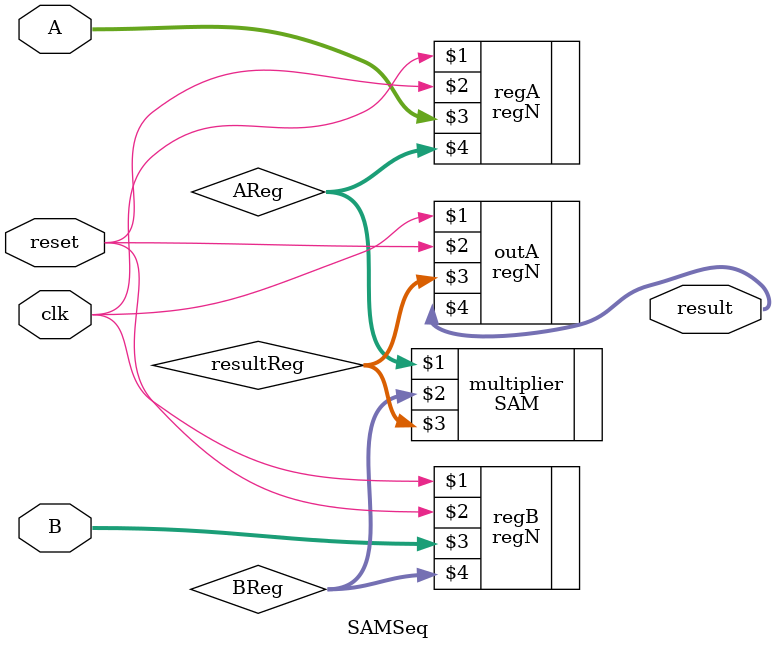
<source format=v>
module SAMSeq(
    A,
    B,
    clk,
    reset,
    result
);
input clk, reset;
input [31:0] A,B;
output [63:0]  result;
wire [31:0] AReg;
wire [31:0] BReg;
wire [63:0] resultReg;
regN #(32) regA (
    clk,
    reset,
    A,
    AReg
);
regN #(32) regB (
    clk,
    reset,
    B,
    BReg
);
SAM multiplier(
    AReg,
    BReg,
    resultReg
);
regN #(64) outA (
    clk,
    reset,
    resultReg[63:0],
    result[63:0]
);

endmodule
</source>
